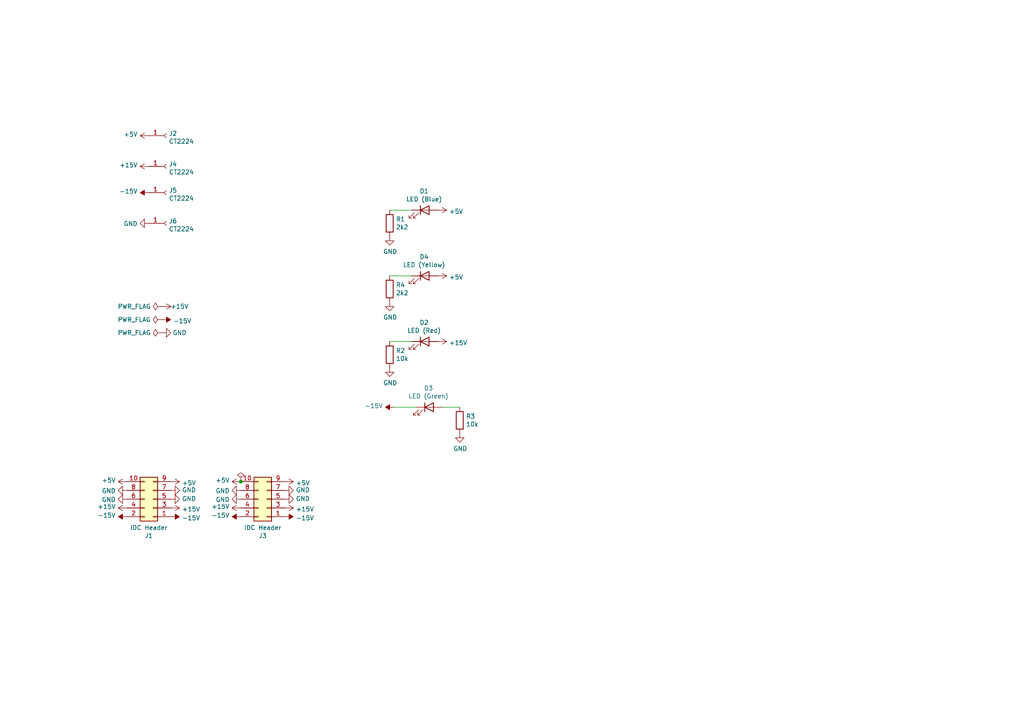
<source format=kicad_sch>
(kicad_sch (version 20230121) (generator eeschema)
  (paper "A4")
  (title_block (title "kraft") (date "2021-05-09") (rev "R01") (comment 1 "schema for mount pcb") (comment 2 "Wall Wart Power Supply (+15V/-15V/5V)") (comment 4 "License CC BY 4.0 - Attribution 4.0 International"))
  (lib_symbols
    (symbol "Connector:Conn_01x01_Female" (pin_names (offset 1.016) hide)
      (property "Reference" "J" (at 0 2.54 0))
      (property "Value" "Conn_01x01_Female" (at 0 -2.54 0))
      (symbol "Conn_01x01_Female_1_1"
        (polyline (pts (xy -1.27 0) (xy -0.508 0)) (stroke (width 0.1524)))
        (arc (start 0 0.508) (mid -0.5058 0) (end 0 -0.508) (stroke (width 0.1524)))
        (pin passive line (at -5.08 0 0) (length 3.81) (name "Pin_1") (number "1"))
      )
    )
    (symbol "Connector_Generic:Conn_02x05_Odd_Even" (pin_names (offset 1.016) hide)
      (property "Reference" "J" (at 1.27 7.62 0))
      (property "Value" "Conn_02x05_Odd_Even" (at 1.27 -7.62 0))
      (symbol "Conn_02x05_Odd_Even_1_1"
        (rectangle (start -1.27 -4.953) (end 0 -5.207) (stroke (width 0.1524)))
        (rectangle (start -1.27 -2.413) (end 0 -2.667) (stroke (width 0.1524)))
        (rectangle (start -1.27 0.127) (end 0 -0.127) (stroke (width 0.1524)))
        (rectangle (start -1.27 2.667) (end 0 2.413) (stroke (width 0.1524)))
        (rectangle (start -1.27 5.207) (end 0 4.953) (stroke (width 0.1524)))
        (rectangle (start -1.27 6.35) (end 3.81 -6.35) (stroke (width 0.254)) (fill (type background)))
        (rectangle (start 3.81 -4.953) (end 2.54 -5.207) (stroke (width 0.1524)))
        (rectangle (start 3.81 -2.413) (end 2.54 -2.667) (stroke (width 0.1524)))
        (rectangle (start 3.81 0.127) (end 2.54 -0.127) (stroke (width 0.1524)))
        (rectangle (start 3.81 2.667) (end 2.54 2.413) (stroke (width 0.1524)))
        (rectangle (start 3.81 5.207) (end 2.54 4.953) (stroke (width 0.1524)))
        (pin passive line (at -5.08 5.08 0) (length 3.81) (name "Pin_1") (number "1"))
        (pin passive line (at 7.62 -5.08 180) (length 3.81) (name "Pin_10") (number "10"))
        (pin passive line (at 7.62 5.08 180) (length 3.81) (name "Pin_2") (number "2"))
        (pin passive line (at -5.08 2.54 0) (length 3.81) (name "Pin_3") (number "3"))
        (pin passive line (at 7.62 2.54 180) (length 3.81) (name "Pin_4") (number "4"))
        (pin passive line (at -5.08 0 0) (length 3.81) (name "Pin_5") (number "5"))
        (pin passive line (at 7.62 0 180) (length 3.81) (name "Pin_6") (number "6"))
        (pin passive line (at -5.08 -2.54 0) (length 3.81) (name "Pin_7") (number "7"))
        (pin passive line (at 7.62 -2.54 180) (length 3.81) (name "Pin_8") (number "8"))
        (pin passive line (at -5.08 -5.08 0) (length 3.81) (name "Pin_9") (number "9"))
      )
    )
    (symbol "Device:LED" (pin_numbers hide) (pin_names (offset 1.016) hide)
      (property "Reference" "D" (at 0 2.54 0))
      (property "Value" "LED" (at 0 -2.54 0))
      (symbol "LED_0_1"
        (polyline (pts (xy -1.27 -1.27) (xy -1.27 1.27)) (stroke (width 0.254)))
        (polyline (pts (xy -1.27 0) (xy 1.27 0)))
        (polyline (pts (xy 1.27 -1.27) (xy 1.27 1.27) (xy -1.27 0) (xy 1.27 -1.27)) (stroke (width 0.254)))
        (polyline (pts (xy -3.048 -0.762) (xy -4.572 -2.286) (xy -3.81 -2.286) (xy -4.572 -2.286) (xy -4.572 -1.524)))
        (polyline (pts (xy -1.778 -0.762) (xy -3.302 -2.286) (xy -2.54 -2.286) (xy -3.302 -2.286) (xy -3.302 -1.524)))
      )
      (symbol "LED_1_1"
        (pin passive line (at -3.81 0 0) (length 2.54) (name "K") (number "1"))
        (pin passive line (at 3.81 0 180) (length 2.54) (name "A") (number "2"))
      )
    )
    (symbol "Device:R" (pin_numbers hide) (pin_names (offset 0))
      (property "Reference" "R" (at 2.032 0 90))
      (property "Value" "R" (at 0 0 90))
      (symbol "R_0_1"
        (rectangle (start -1.016 -2.54) (end 1.016 2.54) (stroke (width 0.254)))
      )
      (symbol "R_1_1"
        (pin passive line (at 0 3.81 270) (length 1.27) (name "~") (number "1"))
        (pin passive line (at 0 -3.81 90) (length 1.27) (name "~") (number "2"))
      )
    )
    (symbol "power:+15V" (power) (pin_names (offset 0))
      (property "Value" "+15V" (at 0 3.556 0))
      (symbol "+15V_0_1"
        (polyline (pts (xy -0.762 1.27) (xy 0 2.54)))
        (polyline (pts (xy 0 0) (xy 0 2.54)))
        (polyline (pts (xy 0 2.54) (xy 0.762 1.27)))
      )
      (symbol "+15V_1_1"
        (pin power_in line (at 0 0 90) (length 0) hide (name "+15V") (number "1"))
      )
    )
    (symbol "power:+5V" (power) (pin_names (offset 0))
      (property "Value" "+5V" (at 0 3.556 0))
      (symbol "+5V_0_1"
        (polyline (pts (xy -0.762 1.27) (xy 0 2.54)))
        (polyline (pts (xy 0 0) (xy 0 2.54)))
        (polyline (pts (xy 0 2.54) (xy 0.762 1.27)))
      )
      (symbol "+5V_1_1"
        (pin power_in line (at 0 0 90) (length 0) hide (name "+5V") (number "1"))
      )
    )
    (symbol "power:-15V" (power) (pin_names (offset 0))
      (property "Value" "-15V" (at 0 3.81 0))
      (symbol "-15V_0_0"
        (pin power_in line (at 0 0 90) (length 0) hide (name "-15V") (number "1"))
      )
      (symbol "-15V_0_1"
        (polyline (pts (xy 0 0) (xy 0 1.27) (xy 0.762 1.27) (xy 0 2.54) (xy -0.762 1.27) (xy 0 1.27)) (fill (type outline)))
      )
    )
    (symbol "power:GND" (power) (pin_names (offset 0))
      (property "Value" "GND" (at 0 -3.81 0))
      (symbol "GND_0_1"
        (polyline (pts (xy 0 0) (xy 0 -1.27) (xy 1.27 -1.27) (xy 0 -2.54) (xy -1.27 -1.27) (xy 0 -1.27)))
      )
      (symbol "GND_1_1"
        (pin power_in line (at 0 0 270) (length 0) hide (name "GND") (number "1"))
      )
    )
    (symbol "power:PWR_FLAG" (power) (pin_numbers hide) (pin_names (offset 0) hide)
      (property "Value" "PWR_FLAG" (at 0 3.81 0))
      (symbol "PWR_FLAG_0_0"
        (pin power_out line (at 0 0 90) (length 0) (name "pwr") (number "1"))
      )
      (symbol "PWR_FLAG_0_1"
        (polyline (pts (xy 0 0) (xy 0 1.27) (xy -1.016 1.905) (xy 0 2.54) (xy 1.016 1.905) (xy 0 1.27)))
      )
    )
  )
  (junction (at 69.85 139.7))
  (wire (pts (xy 119.38 99.06) (xy 113.03 99.06)))
  (wire (pts (xy 114.3 118.11) (xy 120.65 118.11)))
  (wire (pts (xy 113.03 60.96) (xy 119.38 60.96)))
  (wire (pts (xy 128.27 118.11) (xy 133.35 118.11)))
  (wire (pts (xy 113.03 80.01) (xy 119.38 80.01)))
  (symbol (lib_id "Connector_Generic:Conn_02x05_Odd_Even") (at 44.45 144.78 180) (unit 1)
    (property "Reference" "J1" (at 43.18 155.3718 0))
    (property "Value" "IDC Header" (at 43.18 153.0604 0))
    (property "Footprint" "Connector_IDC:IDC-Header_2x05_P2.54mm_Vertical" (effects hide))
    (property "Description" "Pin Header IDC, 10 Pos, 2.54mm" (effects hide))
  )
  (symbol (lib_id "power:+15V") (at 36.83 147.32 90) (unit 1)
    (property "Reference" "#PWR025" (effects hide))
    (property "Value" "+15V" (at 33.5788 146.939 90) (effects (justify left)))
  )
  (symbol (lib_id "power:+15V") (at 49.53 147.32 270) (unit 1)
    (property "Reference" "#PWR035" (effects hide))
    (property "Value" "+15V" (at 52.7812 147.701 90) (effects (justify left)))
  )
  (symbol (lib_id "power:-15V") (at 36.83 149.86 90) (unit 1)
    (property "Reference" "#PWR026" (effects hide))
    (property "Value" "-15V" (at 33.5788 149.479 90) (effects (justify left)))
  )
  (symbol (lib_id "power:-15V") (at 49.53 149.86 270) (unit 1)
    (property "Reference" "#PWR036" (effects hide))
    (property "Value" "-15V" (at 52.7812 150.241 90) (effects (justify left)))
  )
  (symbol (lib_id "power:GND") (at 36.83 144.78 270) (unit 1)
    (property "Reference" "#PWR024" (effects hide))
    (property "Value" "GND" (at 33.5788 144.907 90) (effects (justify right)))
  )
  (symbol (lib_id "power:GND") (at 36.83 142.24 270) (unit 1)
    (property "Reference" "#PWR023" (effects hide))
    (property "Value" "GND" (at 33.5788 142.367 90) (effects (justify right)))
  )
  (symbol (lib_id "power:GND") (at 49.53 142.24 90) (unit 1)
    (property "Reference" "#PWR033" (effects hide))
    (property "Value" "GND" (at 52.7812 142.113 90) (effects (justify right)))
  )
  (symbol (lib_id "power:GND") (at 49.53 144.78 90) (unit 1)
    (property "Reference" "#PWR034" (effects hide))
    (property "Value" "GND" (at 52.7812 144.653 90) (effects (justify right)))
  )
  (symbol (lib_id "power:+5V") (at 49.53 139.7 270) (unit 1)
    (property "Reference" "#PWR032" (effects hide))
    (property "Value" "+5V" (at 52.7812 140.081 90) (effects (justify left)))
  )
  (symbol (lib_id "power:+5V") (at 36.83 139.7 90) (unit 1)
    (property "Reference" "#PWR022" (effects hide))
    (property "Value" "+5V" (at 33.5788 139.319 90) (effects (justify left)))
  )
  (symbol (lib_id "power:GND") (at 46.99 96.52 90) (unit 1)
    (property "Reference" "#PWR0104" (effects hide))
    (property "Value" "GND" (at 52.07 96.52 90))
  )
  (symbol (lib_id "power:PWR_FLAG") (at 46.99 92.71 90) (unit 1)
    (property "Reference" "#FLG0101" (effects hide))
    (property "Value" "PWR_FLAG" (at 43.7642 92.71 90) (effects (justify left)))
  )
  (symbol (lib_id "power:PWR_FLAG") (at 46.99 96.52 90) (unit 1)
    (property "Reference" "#FLG0102" (effects hide))
    (property "Value" "PWR_FLAG" (at 43.7642 96.52 90) (effects (justify left)))
  )
  (symbol (lib_id "Connector_Generic:Conn_02x05_Odd_Even") (at 77.47 144.78 180) (unit 1)
    (property "Reference" "J3" (at 76.2 155.3718 0))
    (property "Value" "IDC Header" (at 76.2 153.0604 0))
    (property "Footprint" "Connector_IDC:IDC-Header_2x05_P2.54mm_Vertical" (effects hide))
    (property "Description" "Pin Header IDC, 10 Pos, 2.54mm" (effects hide))
  )
  (symbol (lib_id "power:+15V") (at 69.85 147.32 90) (unit 1)
    (property "Reference" "#PWR04" (effects hide))
    (property "Value" "+15V" (at 66.5988 146.939 90) (effects (justify left)))
  )
  (symbol (lib_id "power:+15V") (at 82.55 147.32 270) (unit 1)
    (property "Reference" "#PWR09" (effects hide))
    (property "Value" "+15V" (at 85.8012 147.701 90) (effects (justify left)))
  )
  (symbol (lib_id "power:-15V") (at 69.85 149.86 90) (unit 1)
    (property "Reference" "#PWR05" (effects hide))
    (property "Value" "-15V" (at 66.5988 149.479 90) (effects (justify left)))
  )
  (symbol (lib_id "power:-15V") (at 82.55 149.86 270) (unit 1)
    (property "Reference" "#PWR010" (effects hide))
    (property "Value" "-15V" (at 85.8012 150.241 90) (effects (justify left)))
  )
  (symbol (lib_id "power:GND") (at 69.85 144.78 270) (unit 1)
    (property "Reference" "#PWR03" (effects hide))
    (property "Value" "GND" (at 66.5988 144.907 90) (effects (justify right)))
  )
  (symbol (lib_id "power:GND") (at 69.85 142.24 270) (unit 1)
    (property "Reference" "#PWR02" (effects hide))
    (property "Value" "GND" (at 66.5988 142.367 90) (effects (justify right)))
  )
  (symbol (lib_id "power:GND") (at 82.55 142.24 90) (unit 1)
    (property "Reference" "#PWR07" (effects hide))
    (property "Value" "GND" (at 85.8012 142.113 90) (effects (justify right)))
  )
  (symbol (lib_id "power:GND") (at 82.55 144.78 90) (unit 1)
    (property "Reference" "#PWR08" (effects hide))
    (property "Value" "GND" (at 85.8012 144.653 90) (effects (justify right)))
  )
  (symbol (lib_id "power:+5V") (at 82.55 139.7 270) (unit 1)
    (property "Reference" "#PWR06" (effects hide))
    (property "Value" "+5V" (at 85.8012 140.081 90) (effects (justify left)))
  )
  (symbol (lib_id "power:+5V") (at 69.85 139.7 90) (unit 1)
    (property "Reference" "#PWR01" (effects hide))
    (property "Value" "+5V" (at 66.5988 139.319 90) (effects (justify left)))
  )
  (symbol (lib_id "power:PWR_FLAG") (at 69.85 139.7 0) (unit 1)
    (property "Reference" "#FLG02" (effects hide))
    (property "Value" "PWR_FLAG" (effects hide))
  )
  (symbol (lib_id "Device:LED") (at 123.19 60.96 0) (unit 1)
    (property "Reference" "D1" (at 123.0122 55.4482 0))
    (property "Value" "LED (Blue)" (at 123.0122 57.7596 0))
    (property "Footprint" "LED_THT:LED_D3.0mm" (effects hide))
    (property "Description" "LED 3mm low current" (effects hide))
  )
  (symbol (lib_id "Device:LED") (at 123.19 99.06 0) (unit 1)
    (property "Reference" "D2" (at 123.0122 93.5482 0))
    (property "Value" "LED (Red)" (at 123.0122 95.8596 0))
    (property "Footprint" "LED_THT:LED_D3.0mm" (effects hide))
    (property "Description" "LED 3mm low current" (effects hide))
  )
  (symbol (lib_id "Device:LED") (at 124.46 118.11 0) (unit 1)
    (property "Reference" "D3" (at 124.2822 112.5982 0))
    (property "Value" "LED (Green)" (at 124.2822 114.9096 0))
    (property "Footprint" "LED_THT:LED_D3.0mm" (effects hide))
    (property "Description" "LED 3mm low current" (effects hide))
  )
  (symbol (lib_id "power:+5V") (at 127 60.96 270) (unit 1)
    (property "Reference" "#PWR0101" (effects hide))
    (property "Value" "+5V" (at 130.2512 61.341 90) (effects (justify left)))
  )
  (symbol (lib_id "power:+15V") (at 127 99.06 270) (unit 1)
    (property "Reference" "#PWR0102" (effects hide))
    (property "Value" "+15V" (at 130.2512 99.441 90) (effects (justify left)))
  )
  (symbol (lib_id "power:-15V") (at 114.3 118.11 90) (unit 1)
    (property "Reference" "#PWR0105" (effects hide))
    (property "Value" "-15V" (at 111.0488 117.729 90) (effects (justify left)))
  )
  (symbol (lib_id "Device:R") (at 113.03 64.77 0) (unit 1)
    (property "Reference" "R1" (at 114.808 63.6016 0) (effects (justify left)))
    (property "Value" "2k2" (at 114.808 65.913 0) (effects (justify left)))
    (property "Footprint" "Resistor_THT:R_Axial_DIN0207_L6.3mm_D2.5mm_P10.16mm_Horizontal" (effects hide))
  )
  (symbol (lib_id "Device:R") (at 113.03 102.87 0) (unit 1)
    (property "Reference" "R2" (at 114.808 101.7016 0) (effects (justify left)))
    (property "Value" "10k" (at 114.808 104.013 0) (effects (justify left)))
    (property "Footprint" "Resistor_THT:R_Axial_DIN0207_L6.3mm_D2.5mm_P10.16mm_Horizontal" (effects hide))
  )
  (symbol (lib_id "Device:R") (at 133.35 121.92 0) (unit 1)
    (property "Reference" "R3" (at 135.128 120.7516 0) (effects (justify left)))
    (property "Value" "10k" (at 135.128 123.063 0) (effects (justify left)))
    (property "Footprint" "Resistor_THT:R_Axial_DIN0207_L6.3mm_D2.5mm_P10.16mm_Horizontal" (effects hide))
  )
  (symbol (lib_id "power:GND") (at 133.35 125.73 0) (unit 1)
    (property "Reference" "#PWR0106" (effects hide))
    (property "Value" "GND" (at 133.477 130.1242 0))
  )
  (symbol (lib_id "power:GND") (at 113.03 106.68 0) (unit 1)
    (property "Reference" "#PWR0107" (effects hide))
    (property "Value" "GND" (at 113.157 111.0742 0))
  )
  (symbol (lib_id "power:GND") (at 113.03 68.58 0) (unit 1)
    (property "Reference" "#PWR0108" (effects hide))
    (property "Value" "GND" (at 113.157 72.9742 0))
  )
  (symbol (lib_id "Connector:Conn_01x01_Female") (at 48.26 39.37 0) (unit 1)
    (property "Reference" "J2" (at 48.9712 38.7096 0) (effects (justify left)))
    (property "Value" "CT2224" (at 48.9712 41.021 0) (effects (justify left)))
    (property "Footprint" "MountingHole:MountingHole_6.4mm_M6_Pad_TopBottom" (effects hide))
    (property "Datasheet" "https://www.caltestelectronics.com/ctitem/162-standard/CT2224" (effects hide))
    (property "Description" "Banana Socket" (effects hide))
  )
  (symbol (lib_id "power:+5V") (at 43.18 39.37 90) (unit 1)
    (property "Reference" "#PWR0109" (effects hide))
    (property "Value" "+5V" (at 39.9288 38.989 90) (effects (justify left)))
  )
  (symbol (lib_id "power:+15V") (at 43.18 48.26 90) (unit 1)
    (property "Reference" "#PWR0110" (effects hide))
    (property "Value" "+15V" (at 39.9288 47.879 90) (effects (justify left)))
  )
  (symbol (lib_id "power:-15V") (at 43.18 55.88 90) (unit 1)
    (property "Reference" "#PWR0111" (effects hide))
    (property "Value" "-15V" (at 39.9288 55.499 90) (effects (justify left)))
  )
  (symbol (lib_id "power:GND") (at 43.18 64.77 270) (unit 1)
    (property "Reference" "#PWR0112" (effects hide))
    (property "Value" "GND" (at 39.9288 64.897 90) (effects (justify right)))
  )
  (symbol (lib_id "power:+15V") (at 46.99 88.9 270) (unit 1)
    (property "Reference" "#PWR0103" (effects hide))
    (property "Value" "+15V" (at 52.07 88.9 90))
  )
  (symbol (lib_id "power:PWR_FLAG") (at 46.99 88.9 90) (unit 1)
    (property "Reference" "#FLG0103" (effects hide))
    (property "Value" "PWR_FLAG" (at 43.7642 88.9 90) (effects (justify left)))
  )
  (symbol (lib_id "power:-15V") (at 46.99 92.71 270) (unit 1)
    (property "Reference" "#PWR0115" (effects hide))
    (property "Value" "-15V" (at 50.2412 93.091 90) (effects (justify left)))
  )
  (symbol (lib_id "Device:LED") (at 123.19 80.01 0) (unit 1)
    (property "Reference" "D4" (at 123.0122 74.4982 0))
    (property "Value" "LED (Yellow)" (at 123.0122 76.8096 0))
    (property "Footprint" "LED_THT:LED_D3.0mm" (effects hide))
    (property "Description" "LED 3mm low current" (effects hide))
  )
  (symbol (lib_id "Device:R") (at 113.03 83.82 0) (unit 1)
    (property "Reference" "R4" (at 114.808 82.6516 0) (effects (justify left)))
    (property "Value" "2k2" (at 114.808 84.963 0) (effects (justify left)))
    (property "Footprint" "Resistor_THT:R_Axial_DIN0207_L6.3mm_D2.5mm_P10.16mm_Horizontal" (effects hide))
  )
  (symbol (lib_id "power:GND") (at 113.03 87.63 0) (unit 1)
    (property "Reference" "#PWR0114" (effects hide))
    (property "Value" "GND" (at 113.157 92.0242 0))
  )
  (symbol (lib_id "power:+5V") (at 127 80.01 270) (unit 1)
    (property "Reference" "#PWR011" (effects hide))
    (property "Value" "+5V" (at 130.2512 80.391 90) (effects (justify left)))
  )
  (symbol (lib_id "Connector:Conn_01x01_Female") (at 48.26 48.26 0) (unit 1)
    (property "Reference" "J4" (at 48.9712 47.5996 0) (effects (justify left)))
    (property "Value" "CT2224" (at 48.9712 49.911 0) (effects (justify left)))
    (property "Footprint" "MountingHole:MountingHole_6.4mm_M6_Pad_TopBottom" (effects hide))
    (property "Datasheet" "https://www.caltestelectronics.com/ctitem/162-standard/CT2224" (effects hide))
    (property "Description" "Banana Socket" (effects hide))
  )
  (symbol (lib_id "Connector:Conn_01x01_Female") (at 48.26 55.88 0) (unit 1)
    (property "Reference" "J5" (at 48.9712 55.2196 0) (effects (justify left)))
    (property "Value" "CT2224" (at 48.9712 57.531 0) (effects (justify left)))
    (property "Footprint" "MountingHole:MountingHole_6.4mm_M6_Pad_TopBottom" (effects hide))
    (property "Datasheet" "https://www.caltestelectronics.com/ctitem/162-standard/CT2224" (effects hide))
    (property "Description" "Banana Socket" (effects hide))
  )
  (symbol (lib_id "Connector:Conn_01x01_Female") (at 48.26 64.77 0) (unit 1)
    (property "Reference" "J6" (at 48.9712 64.1096 0) (effects (justify left)))
    (property "Value" "CT2224" (at 48.9712 66.421 0) (effects (justify left)))
    (property "Footprint" "MountingHole:MountingHole_6.4mm_M6_Pad_TopBottom" (effects hide))
    (property "Datasheet" "https://www.caltestelectronics.com/ctitem/162-standard/CT2224" (effects hide))
    (property "Description" "Banana Socket" (effects hide))
  )
)
</source>
